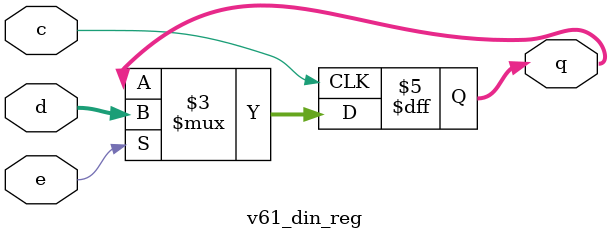
<source format=v>
module v61_din_reg (c,e,d,q);
input c, e; input [3:0] d;
output [3:0] q;
reg [3:0] q;
always @ (posedge c)
if (e) q=d;
endmodule
</source>
